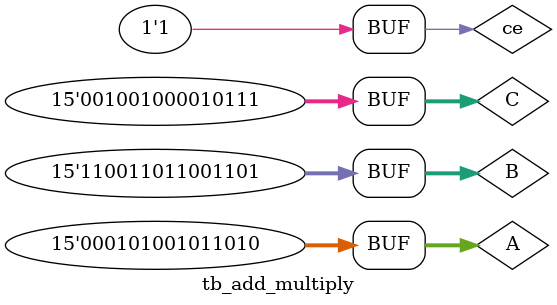
<source format=v>
`timescale 1ns / 1ps


module tb_add_multiply
    (
    );
    wire signed [14:0] A = 15'b000101001011010;
    wire signed [14:0] B = 15'b110011011001101;
    wire signed [14:0] C = 15'b001001000010111;
    
//    wire signed [14:0] A = 15'b010000000000000;
//    wire signed [14:0] B = 15'b010000000000000;
//    wire signed [14:0] C = 15'b010000000000000;
    wire signed [30:0] Y;
    
    wire clk;
    wire ce = 1'b1;

    stimulate stim
    (
        .clk(clk)
    );
    
    add_multiply add_multiply_i
    (
        .clk(clk),
        .ce(ce),
        .A(A),
        .B(B),
        .C(C),
        .Y(Y)
    );
endmodule

</source>
